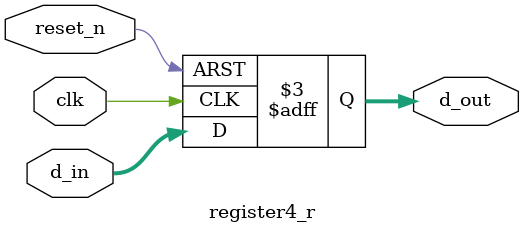
<source format=v>
module register4_r(clk, reset_n, d_in, d_out); //[LAB05]Asynchronous set/resettable d ff
	input clk, reset_n; //active low
	input [3:0] d_in;
	output reg [3:0] d_out;
	
	always@(posedge clk or negedge reset_n)
	begin
		if(reset_n == 0)	d_out <= 3'b000;
		else					d_out <= d_in;
	end
endmodule
</source>
